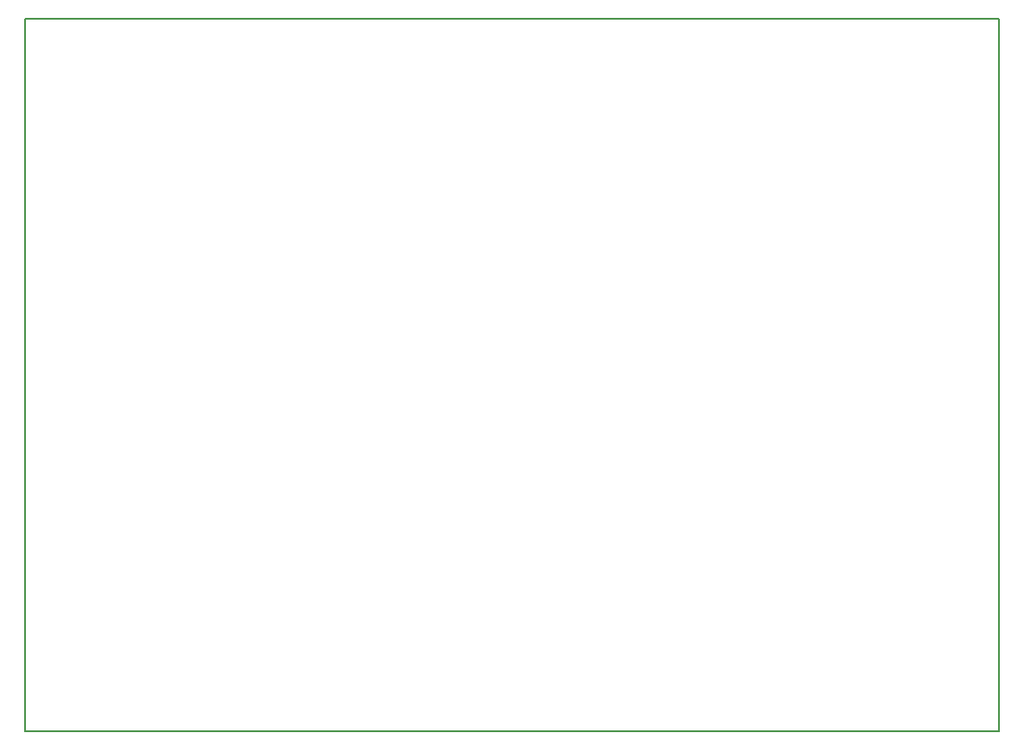
<source format=gm1>
G04 #@! TF.FileFunction,Profile,NP*
%FSLAX46Y46*%
G04 Gerber Fmt 4.6, Leading zero omitted, Abs format (unit mm)*
G04 Created by KiCad (PCBNEW 4.0.5) date 02/02/17 00:28:59*
%MOMM*%
%LPD*%
G01*
G04 APERTURE LIST*
%ADD10C,0.100000*%
%ADD11C,0.150000*%
G04 APERTURE END LIST*
D10*
D11*
X95250000Y-48500000D02*
X187430019Y-48500000D01*
X95250000Y-116010000D02*
X95250000Y-48500000D01*
X187430000Y-116010000D02*
X95250000Y-116010000D01*
X187430000Y-48500000D02*
X187430000Y-116010000D01*
M02*

</source>
